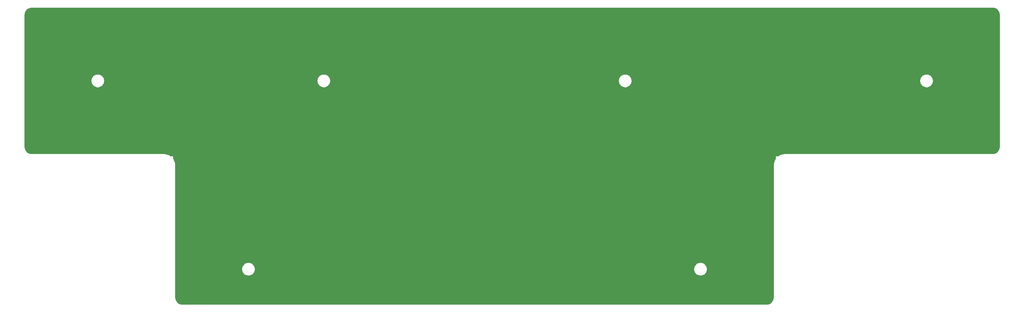
<source format=gbl>
G04 #@! TF.GenerationSoftware,KiCad,Pcbnew,(5.1.9)-1*
G04 #@! TF.CreationDate,2021-03-08T16:10:54-08:00*
G04 #@! TF.ProjectId,back-plate,6261636b-2d70-46c6-9174-652e6b696361,rev?*
G04 #@! TF.SameCoordinates,Original*
G04 #@! TF.FileFunction,Copper,L2,Bot*
G04 #@! TF.FilePolarity,Positive*
%FSLAX46Y46*%
G04 Gerber Fmt 4.6, Leading zero omitted, Abs format (unit mm)*
G04 Created by KiCad (PCBNEW (5.1.9)-1) date 2021-03-08 16:10:54*
%MOMM*%
%LPD*%
G01*
G04 APERTURE LIST*
G04 #@! TA.AperFunction,NonConductor*
%ADD10C,0.254000*%
G04 #@! TD*
G04 #@! TA.AperFunction,NonConductor*
%ADD11C,0.100000*%
G04 #@! TD*
G04 APERTURE END LIST*
D10*
X273383710Y-61020886D02*
X273704710Y-61117801D01*
X274000775Y-61275221D01*
X274260623Y-61487149D01*
X274474358Y-61745510D01*
X274633838Y-62040464D01*
X274732994Y-62360782D01*
X274771251Y-62724772D01*
X274771250Y-96011471D01*
X274735364Y-96377460D01*
X274638448Y-96698462D01*
X274481029Y-96994525D01*
X274269101Y-97254373D01*
X274010742Y-97468106D01*
X273715786Y-97627588D01*
X273395469Y-97726743D01*
X273031479Y-97765000D01*
X220630081Y-97765000D01*
X220600865Y-97767877D01*
X220586059Y-97767774D01*
X220576888Y-97768673D01*
X220114695Y-97817251D01*
X220056078Y-97829284D01*
X219997337Y-97840489D01*
X219988515Y-97843152D01*
X219544561Y-97980579D01*
X219489421Y-98003758D01*
X219433954Y-98026168D01*
X219425817Y-98030495D01*
X219017010Y-98251536D01*
X218967426Y-98284981D01*
X218947531Y-98298000D01*
X218281250Y-98298000D01*
X218256474Y-98300440D01*
X218232649Y-98307667D01*
X218210693Y-98319403D01*
X218191447Y-98335197D01*
X218175653Y-98354443D01*
X218163917Y-98376399D01*
X218156690Y-98400224D01*
X218154250Y-98425000D01*
X218154250Y-99091504D01*
X218134531Y-99121183D01*
X218100743Y-99170530D01*
X218096360Y-99178636D01*
X217878179Y-99588975D01*
X217855375Y-99644302D01*
X217831819Y-99699262D01*
X217829094Y-99708065D01*
X217694770Y-100152968D01*
X217683150Y-100211656D01*
X217670714Y-100270159D01*
X217669751Y-100279324D01*
X217624400Y-100741845D01*
X217624400Y-100741858D01*
X217621251Y-100773831D01*
X217621250Y-134111471D01*
X217585364Y-134477460D01*
X217488448Y-134798462D01*
X217331029Y-135094525D01*
X217119101Y-135354373D01*
X216860742Y-135568106D01*
X216565786Y-135727588D01*
X216245469Y-135826743D01*
X215881479Y-135865000D01*
X68294779Y-135865000D01*
X67928790Y-135829114D01*
X67607788Y-135732198D01*
X67311725Y-135574779D01*
X67051877Y-135362851D01*
X66838144Y-135104492D01*
X66678662Y-134809536D01*
X66579507Y-134489219D01*
X66541250Y-134125229D01*
X66541250Y-126829117D01*
X83196250Y-126829117D01*
X83196250Y-127170883D01*
X83262925Y-127506081D01*
X83393713Y-127821831D01*
X83583587Y-128105998D01*
X83825252Y-128347663D01*
X84109419Y-128537537D01*
X84425169Y-128668325D01*
X84760367Y-128735000D01*
X85102133Y-128735000D01*
X85437331Y-128668325D01*
X85753081Y-128537537D01*
X86037248Y-128347663D01*
X86278913Y-128105998D01*
X86468787Y-127821831D01*
X86599575Y-127506081D01*
X86666250Y-127170883D01*
X86666250Y-126829117D01*
X197496250Y-126829117D01*
X197496250Y-127170883D01*
X197562925Y-127506081D01*
X197693713Y-127821831D01*
X197883587Y-128105998D01*
X198125252Y-128347663D01*
X198409419Y-128537537D01*
X198725169Y-128668325D01*
X199060367Y-128735000D01*
X199402133Y-128735000D01*
X199737331Y-128668325D01*
X200053081Y-128537537D01*
X200337248Y-128347663D01*
X200578913Y-128105998D01*
X200768787Y-127821831D01*
X200899575Y-127506081D01*
X200966250Y-127170883D01*
X200966250Y-126829117D01*
X200899575Y-126493919D01*
X200768787Y-126178169D01*
X200578913Y-125894002D01*
X200337248Y-125652337D01*
X200053081Y-125462463D01*
X199737331Y-125331675D01*
X199402133Y-125265000D01*
X199060367Y-125265000D01*
X198725169Y-125331675D01*
X198409419Y-125462463D01*
X198125252Y-125652337D01*
X197883587Y-125894002D01*
X197693713Y-126178169D01*
X197562925Y-126493919D01*
X197496250Y-126829117D01*
X86666250Y-126829117D01*
X86599575Y-126493919D01*
X86468787Y-126178169D01*
X86278913Y-125894002D01*
X86037248Y-125652337D01*
X85753081Y-125462463D01*
X85437331Y-125331675D01*
X85102133Y-125265000D01*
X84760367Y-125265000D01*
X84425169Y-125331675D01*
X84109419Y-125462463D01*
X83825252Y-125652337D01*
X83583587Y-125894002D01*
X83393713Y-126178169D01*
X83262925Y-126493919D01*
X83196250Y-126829117D01*
X66541250Y-126829117D01*
X66541250Y-100773831D01*
X66538373Y-100744615D01*
X66538476Y-100729809D01*
X66537577Y-100720638D01*
X66488999Y-100258445D01*
X66476966Y-100199828D01*
X66465761Y-100141087D01*
X66463098Y-100132265D01*
X66325671Y-99688311D01*
X66302492Y-99633171D01*
X66280082Y-99577704D01*
X66275755Y-99569567D01*
X66054714Y-99160760D01*
X66021269Y-99111176D01*
X66008250Y-99091281D01*
X66008250Y-98425000D01*
X66005810Y-98400224D01*
X65998583Y-98376399D01*
X65986847Y-98354443D01*
X65971053Y-98335197D01*
X65951807Y-98319403D01*
X65929851Y-98307667D01*
X65906026Y-98300440D01*
X65881250Y-98298000D01*
X65214746Y-98298000D01*
X65185067Y-98278281D01*
X65135720Y-98244493D01*
X65127614Y-98240110D01*
X64717275Y-98021929D01*
X64661948Y-97999125D01*
X64606988Y-97975569D01*
X64598185Y-97972844D01*
X64153282Y-97838520D01*
X64094594Y-97826900D01*
X64036091Y-97814464D01*
X64026926Y-97813501D01*
X63564405Y-97768150D01*
X63564402Y-97768150D01*
X63532419Y-97765000D01*
X30194779Y-97765000D01*
X29828790Y-97729114D01*
X29507788Y-97632198D01*
X29211725Y-97474779D01*
X28951877Y-97262851D01*
X28738144Y-97004492D01*
X28578662Y-96709536D01*
X28479507Y-96389219D01*
X28441250Y-96025229D01*
X28441250Y-79204117D01*
X45096250Y-79204117D01*
X45096250Y-79545883D01*
X45162925Y-79881081D01*
X45293713Y-80196831D01*
X45483587Y-80480998D01*
X45725252Y-80722663D01*
X46009419Y-80912537D01*
X46325169Y-81043325D01*
X46660367Y-81110000D01*
X47002133Y-81110000D01*
X47337331Y-81043325D01*
X47653081Y-80912537D01*
X47937248Y-80722663D01*
X48178913Y-80480998D01*
X48368787Y-80196831D01*
X48499575Y-79881081D01*
X48566250Y-79545883D01*
X48566250Y-79204117D01*
X102246250Y-79204117D01*
X102246250Y-79545883D01*
X102312925Y-79881081D01*
X102443713Y-80196831D01*
X102633587Y-80480998D01*
X102875252Y-80722663D01*
X103159419Y-80912537D01*
X103475169Y-81043325D01*
X103810367Y-81110000D01*
X104152133Y-81110000D01*
X104487331Y-81043325D01*
X104803081Y-80912537D01*
X105087248Y-80722663D01*
X105328913Y-80480998D01*
X105518787Y-80196831D01*
X105649575Y-79881081D01*
X105716250Y-79545883D01*
X105716250Y-79204117D01*
X178446250Y-79204117D01*
X178446250Y-79545883D01*
X178512925Y-79881081D01*
X178643713Y-80196831D01*
X178833587Y-80480998D01*
X179075252Y-80722663D01*
X179359419Y-80912537D01*
X179675169Y-81043325D01*
X180010367Y-81110000D01*
X180352133Y-81110000D01*
X180687331Y-81043325D01*
X181003081Y-80912537D01*
X181287248Y-80722663D01*
X181528913Y-80480998D01*
X181718787Y-80196831D01*
X181849575Y-79881081D01*
X181916250Y-79545883D01*
X181916250Y-79204117D01*
X254646250Y-79204117D01*
X254646250Y-79545883D01*
X254712925Y-79881081D01*
X254843713Y-80196831D01*
X255033587Y-80480998D01*
X255275252Y-80722663D01*
X255559419Y-80912537D01*
X255875169Y-81043325D01*
X256210367Y-81110000D01*
X256552133Y-81110000D01*
X256887331Y-81043325D01*
X257203081Y-80912537D01*
X257487248Y-80722663D01*
X257728913Y-80480998D01*
X257918787Y-80196831D01*
X258049575Y-79881081D01*
X258116250Y-79545883D01*
X258116250Y-79204117D01*
X258049575Y-78868919D01*
X257918787Y-78553169D01*
X257728913Y-78269002D01*
X257487248Y-78027337D01*
X257203081Y-77837463D01*
X256887331Y-77706675D01*
X256552133Y-77640000D01*
X256210367Y-77640000D01*
X255875169Y-77706675D01*
X255559419Y-77837463D01*
X255275252Y-78027337D01*
X255033587Y-78269002D01*
X254843713Y-78553169D01*
X254712925Y-78868919D01*
X254646250Y-79204117D01*
X181916250Y-79204117D01*
X181849575Y-78868919D01*
X181718787Y-78553169D01*
X181528913Y-78269002D01*
X181287248Y-78027337D01*
X181003081Y-77837463D01*
X180687331Y-77706675D01*
X180352133Y-77640000D01*
X180010367Y-77640000D01*
X179675169Y-77706675D01*
X179359419Y-77837463D01*
X179075252Y-78027337D01*
X178833587Y-78269002D01*
X178643713Y-78553169D01*
X178512925Y-78868919D01*
X178446250Y-79204117D01*
X105716250Y-79204117D01*
X105649575Y-78868919D01*
X105518787Y-78553169D01*
X105328913Y-78269002D01*
X105087248Y-78027337D01*
X104803081Y-77837463D01*
X104487331Y-77706675D01*
X104152133Y-77640000D01*
X103810367Y-77640000D01*
X103475169Y-77706675D01*
X103159419Y-77837463D01*
X102875252Y-78027337D01*
X102633587Y-78269002D01*
X102443713Y-78553169D01*
X102312925Y-78868919D01*
X102246250Y-79204117D01*
X48566250Y-79204117D01*
X48499575Y-78868919D01*
X48368787Y-78553169D01*
X48178913Y-78269002D01*
X47937248Y-78027337D01*
X47653081Y-77837463D01*
X47337331Y-77706675D01*
X47002133Y-77640000D01*
X46660367Y-77640000D01*
X46325169Y-77706675D01*
X46009419Y-77837463D01*
X45725252Y-78027337D01*
X45483587Y-78269002D01*
X45293713Y-78553169D01*
X45162925Y-78868919D01*
X45096250Y-79204117D01*
X28441250Y-79204117D01*
X28441250Y-62738529D01*
X28477136Y-62372540D01*
X28574051Y-62051540D01*
X28731471Y-61755475D01*
X28943399Y-61495627D01*
X29201760Y-61281892D01*
X29496714Y-61122412D01*
X29817032Y-61023256D01*
X30181012Y-60985000D01*
X273017721Y-60985000D01*
X273383710Y-61020886D01*
G04 #@! TA.AperFunction,NonConductor*
D11*
G36*
X273383710Y-61020886D02*
G01*
X273704710Y-61117801D01*
X274000775Y-61275221D01*
X274260623Y-61487149D01*
X274474358Y-61745510D01*
X274633838Y-62040464D01*
X274732994Y-62360782D01*
X274771251Y-62724772D01*
X274771250Y-96011471D01*
X274735364Y-96377460D01*
X274638448Y-96698462D01*
X274481029Y-96994525D01*
X274269101Y-97254373D01*
X274010742Y-97468106D01*
X273715786Y-97627588D01*
X273395469Y-97726743D01*
X273031479Y-97765000D01*
X220630081Y-97765000D01*
X220600865Y-97767877D01*
X220586059Y-97767774D01*
X220576888Y-97768673D01*
X220114695Y-97817251D01*
X220056078Y-97829284D01*
X219997337Y-97840489D01*
X219988515Y-97843152D01*
X219544561Y-97980579D01*
X219489421Y-98003758D01*
X219433954Y-98026168D01*
X219425817Y-98030495D01*
X219017010Y-98251536D01*
X218967426Y-98284981D01*
X218947531Y-98298000D01*
X218281250Y-98298000D01*
X218256474Y-98300440D01*
X218232649Y-98307667D01*
X218210693Y-98319403D01*
X218191447Y-98335197D01*
X218175653Y-98354443D01*
X218163917Y-98376399D01*
X218156690Y-98400224D01*
X218154250Y-98425000D01*
X218154250Y-99091504D01*
X218134531Y-99121183D01*
X218100743Y-99170530D01*
X218096360Y-99178636D01*
X217878179Y-99588975D01*
X217855375Y-99644302D01*
X217831819Y-99699262D01*
X217829094Y-99708065D01*
X217694770Y-100152968D01*
X217683150Y-100211656D01*
X217670714Y-100270159D01*
X217669751Y-100279324D01*
X217624400Y-100741845D01*
X217624400Y-100741858D01*
X217621251Y-100773831D01*
X217621250Y-134111471D01*
X217585364Y-134477460D01*
X217488448Y-134798462D01*
X217331029Y-135094525D01*
X217119101Y-135354373D01*
X216860742Y-135568106D01*
X216565786Y-135727588D01*
X216245469Y-135826743D01*
X215881479Y-135865000D01*
X68294779Y-135865000D01*
X67928790Y-135829114D01*
X67607788Y-135732198D01*
X67311725Y-135574779D01*
X67051877Y-135362851D01*
X66838144Y-135104492D01*
X66678662Y-134809536D01*
X66579507Y-134489219D01*
X66541250Y-134125229D01*
X66541250Y-126829117D01*
X83196250Y-126829117D01*
X83196250Y-127170883D01*
X83262925Y-127506081D01*
X83393713Y-127821831D01*
X83583587Y-128105998D01*
X83825252Y-128347663D01*
X84109419Y-128537537D01*
X84425169Y-128668325D01*
X84760367Y-128735000D01*
X85102133Y-128735000D01*
X85437331Y-128668325D01*
X85753081Y-128537537D01*
X86037248Y-128347663D01*
X86278913Y-128105998D01*
X86468787Y-127821831D01*
X86599575Y-127506081D01*
X86666250Y-127170883D01*
X86666250Y-126829117D01*
X197496250Y-126829117D01*
X197496250Y-127170883D01*
X197562925Y-127506081D01*
X197693713Y-127821831D01*
X197883587Y-128105998D01*
X198125252Y-128347663D01*
X198409419Y-128537537D01*
X198725169Y-128668325D01*
X199060367Y-128735000D01*
X199402133Y-128735000D01*
X199737331Y-128668325D01*
X200053081Y-128537537D01*
X200337248Y-128347663D01*
X200578913Y-128105998D01*
X200768787Y-127821831D01*
X200899575Y-127506081D01*
X200966250Y-127170883D01*
X200966250Y-126829117D01*
X200899575Y-126493919D01*
X200768787Y-126178169D01*
X200578913Y-125894002D01*
X200337248Y-125652337D01*
X200053081Y-125462463D01*
X199737331Y-125331675D01*
X199402133Y-125265000D01*
X199060367Y-125265000D01*
X198725169Y-125331675D01*
X198409419Y-125462463D01*
X198125252Y-125652337D01*
X197883587Y-125894002D01*
X197693713Y-126178169D01*
X197562925Y-126493919D01*
X197496250Y-126829117D01*
X86666250Y-126829117D01*
X86599575Y-126493919D01*
X86468787Y-126178169D01*
X86278913Y-125894002D01*
X86037248Y-125652337D01*
X85753081Y-125462463D01*
X85437331Y-125331675D01*
X85102133Y-125265000D01*
X84760367Y-125265000D01*
X84425169Y-125331675D01*
X84109419Y-125462463D01*
X83825252Y-125652337D01*
X83583587Y-125894002D01*
X83393713Y-126178169D01*
X83262925Y-126493919D01*
X83196250Y-126829117D01*
X66541250Y-126829117D01*
X66541250Y-100773831D01*
X66538373Y-100744615D01*
X66538476Y-100729809D01*
X66537577Y-100720638D01*
X66488999Y-100258445D01*
X66476966Y-100199828D01*
X66465761Y-100141087D01*
X66463098Y-100132265D01*
X66325671Y-99688311D01*
X66302492Y-99633171D01*
X66280082Y-99577704D01*
X66275755Y-99569567D01*
X66054714Y-99160760D01*
X66021269Y-99111176D01*
X66008250Y-99091281D01*
X66008250Y-98425000D01*
X66005810Y-98400224D01*
X65998583Y-98376399D01*
X65986847Y-98354443D01*
X65971053Y-98335197D01*
X65951807Y-98319403D01*
X65929851Y-98307667D01*
X65906026Y-98300440D01*
X65881250Y-98298000D01*
X65214746Y-98298000D01*
X65185067Y-98278281D01*
X65135720Y-98244493D01*
X65127614Y-98240110D01*
X64717275Y-98021929D01*
X64661948Y-97999125D01*
X64606988Y-97975569D01*
X64598185Y-97972844D01*
X64153282Y-97838520D01*
X64094594Y-97826900D01*
X64036091Y-97814464D01*
X64026926Y-97813501D01*
X63564405Y-97768150D01*
X63564402Y-97768150D01*
X63532419Y-97765000D01*
X30194779Y-97765000D01*
X29828790Y-97729114D01*
X29507788Y-97632198D01*
X29211725Y-97474779D01*
X28951877Y-97262851D01*
X28738144Y-97004492D01*
X28578662Y-96709536D01*
X28479507Y-96389219D01*
X28441250Y-96025229D01*
X28441250Y-79204117D01*
X45096250Y-79204117D01*
X45096250Y-79545883D01*
X45162925Y-79881081D01*
X45293713Y-80196831D01*
X45483587Y-80480998D01*
X45725252Y-80722663D01*
X46009419Y-80912537D01*
X46325169Y-81043325D01*
X46660367Y-81110000D01*
X47002133Y-81110000D01*
X47337331Y-81043325D01*
X47653081Y-80912537D01*
X47937248Y-80722663D01*
X48178913Y-80480998D01*
X48368787Y-80196831D01*
X48499575Y-79881081D01*
X48566250Y-79545883D01*
X48566250Y-79204117D01*
X102246250Y-79204117D01*
X102246250Y-79545883D01*
X102312925Y-79881081D01*
X102443713Y-80196831D01*
X102633587Y-80480998D01*
X102875252Y-80722663D01*
X103159419Y-80912537D01*
X103475169Y-81043325D01*
X103810367Y-81110000D01*
X104152133Y-81110000D01*
X104487331Y-81043325D01*
X104803081Y-80912537D01*
X105087248Y-80722663D01*
X105328913Y-80480998D01*
X105518787Y-80196831D01*
X105649575Y-79881081D01*
X105716250Y-79545883D01*
X105716250Y-79204117D01*
X178446250Y-79204117D01*
X178446250Y-79545883D01*
X178512925Y-79881081D01*
X178643713Y-80196831D01*
X178833587Y-80480998D01*
X179075252Y-80722663D01*
X179359419Y-80912537D01*
X179675169Y-81043325D01*
X180010367Y-81110000D01*
X180352133Y-81110000D01*
X180687331Y-81043325D01*
X181003081Y-80912537D01*
X181287248Y-80722663D01*
X181528913Y-80480998D01*
X181718787Y-80196831D01*
X181849575Y-79881081D01*
X181916250Y-79545883D01*
X181916250Y-79204117D01*
X254646250Y-79204117D01*
X254646250Y-79545883D01*
X254712925Y-79881081D01*
X254843713Y-80196831D01*
X255033587Y-80480998D01*
X255275252Y-80722663D01*
X255559419Y-80912537D01*
X255875169Y-81043325D01*
X256210367Y-81110000D01*
X256552133Y-81110000D01*
X256887331Y-81043325D01*
X257203081Y-80912537D01*
X257487248Y-80722663D01*
X257728913Y-80480998D01*
X257918787Y-80196831D01*
X258049575Y-79881081D01*
X258116250Y-79545883D01*
X258116250Y-79204117D01*
X258049575Y-78868919D01*
X257918787Y-78553169D01*
X257728913Y-78269002D01*
X257487248Y-78027337D01*
X257203081Y-77837463D01*
X256887331Y-77706675D01*
X256552133Y-77640000D01*
X256210367Y-77640000D01*
X255875169Y-77706675D01*
X255559419Y-77837463D01*
X255275252Y-78027337D01*
X255033587Y-78269002D01*
X254843713Y-78553169D01*
X254712925Y-78868919D01*
X254646250Y-79204117D01*
X181916250Y-79204117D01*
X181849575Y-78868919D01*
X181718787Y-78553169D01*
X181528913Y-78269002D01*
X181287248Y-78027337D01*
X181003081Y-77837463D01*
X180687331Y-77706675D01*
X180352133Y-77640000D01*
X180010367Y-77640000D01*
X179675169Y-77706675D01*
X179359419Y-77837463D01*
X179075252Y-78027337D01*
X178833587Y-78269002D01*
X178643713Y-78553169D01*
X178512925Y-78868919D01*
X178446250Y-79204117D01*
X105716250Y-79204117D01*
X105649575Y-78868919D01*
X105518787Y-78553169D01*
X105328913Y-78269002D01*
X105087248Y-78027337D01*
X104803081Y-77837463D01*
X104487331Y-77706675D01*
X104152133Y-77640000D01*
X103810367Y-77640000D01*
X103475169Y-77706675D01*
X103159419Y-77837463D01*
X102875252Y-78027337D01*
X102633587Y-78269002D01*
X102443713Y-78553169D01*
X102312925Y-78868919D01*
X102246250Y-79204117D01*
X48566250Y-79204117D01*
X48499575Y-78868919D01*
X48368787Y-78553169D01*
X48178913Y-78269002D01*
X47937248Y-78027337D01*
X47653081Y-77837463D01*
X47337331Y-77706675D01*
X47002133Y-77640000D01*
X46660367Y-77640000D01*
X46325169Y-77706675D01*
X46009419Y-77837463D01*
X45725252Y-78027337D01*
X45483587Y-78269002D01*
X45293713Y-78553169D01*
X45162925Y-78868919D01*
X45096250Y-79204117D01*
X28441250Y-79204117D01*
X28441250Y-62738529D01*
X28477136Y-62372540D01*
X28574051Y-62051540D01*
X28731471Y-61755475D01*
X28943399Y-61495627D01*
X29201760Y-61281892D01*
X29496714Y-61122412D01*
X29817032Y-61023256D01*
X30181012Y-60985000D01*
X273017721Y-60985000D01*
X273383710Y-61020886D01*
G37*
G04 #@! TD.AperFunction*
M02*

</source>
